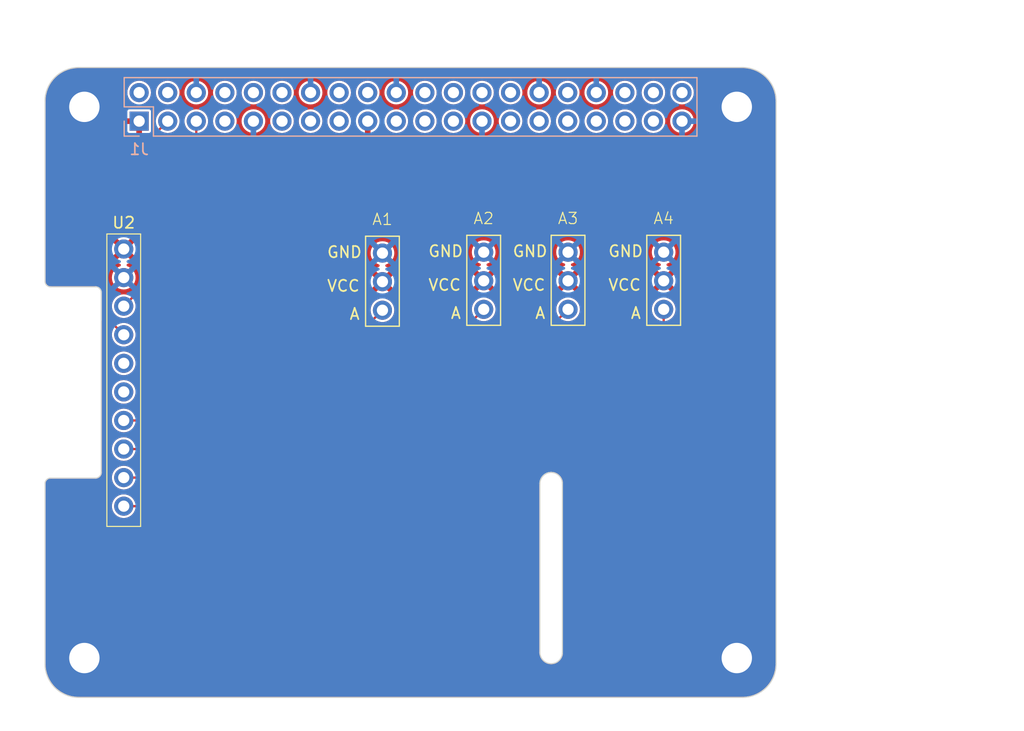
<source format=kicad_pcb>
(kicad_pcb (version 20240108) (generator "pcbnew") (generator_version "8.0")
  (title_block (date "15 nov 2012"))
  (layers (0 "F.Cu" signal) (31 "B.Cu" signal) (34 "B.Paste" user) (35 "F.Paste" user) (36 "B.SilkS" user "B.Silkscreen") (37 "F.SilkS" user "F.Silkscreen") (38 "B.Mask" user) (39 "F.Mask" user) (44 "Edge.Cuts" user))
  (net 0 "")
  (net 1 "GND")
  (net 2 "/GPIO2{slash}SDA1")
  (net 3 "/GPIO3{slash}SCL1")
  (net 4 "/GPIO4{slash}GPCLK0")
  (net 5 "/GPIO14{slash}TXD0")
  (net 6 "/GPIO15{slash}RXD0")
  (net 7 "/GPIO17")
  (net 8 "/GPIO18{slash}PCM.CLK")
  (net 9 "/GPIO27")
  (net 10 "/GPIO22")
  (net 11 "/GPIO23")
  (net 12 "/GPIO24")
  (net 13 "/GPIO10{slash}SPI0.MOSI")
  (net 14 "/GPIO9{slash}SPI0.MISO")
  (net 15 "/GPIO25")
  (net 16 "/GPIO11{slash}SPI0.SCLK")
  (net 17 "/GPIO8{slash}SPI0.CE0")
  (net 18 "/GPIO7{slash}SPI0.CE1")
  (net 19 "/ID_SDA")
  (net 20 "/ID_SCL")
  (net 21 "/GPIO5")
  (net 22 "/GPIO6")
  (net 23 "/GPIO12{slash}PWM0")
  (net 24 "/GPIO13{slash}PWM1")
  (net 25 "/GPIO19{slash}PCM.FS")
  (net 26 "/GPIO16")
  (net 27 "/GPIO26")
  (net 28 "/GPIO20{slash}PCM.DIN")
  (net 29 "/GPIO21{slash}PCM.DOUT")
  (net 30 "+5V")
  (net 31 "+3V3")
  (net 32 "Net-(A1-A)")
  (net 33 "Net-(A2-A)")
  (net 34 "Net-(A3-A)")
  (net 35 "Net-(A4-A)")
  (footprint "MountingHole:MountingHole_2.7mm_M2.5" (layer "F.Cu") (at 161.5 47.5)
    (property "Reference" "MH2" (hide yes))
    (property "Value" "MountingHole_2.7mm_M2.5" (hide yes))
    (pad "" np_thru_hole circle (at 0 0) (size 2.7 2.7) (drill 2.7) (layers "*.Cu" "*.Mask"))
  )
  (footprint "pk_inf:analog_Pins" (layer "F.Cu") (at 139 60.42)
    (property "Reference" "A2" (at 0 -3 0) (layer "F.SilkS") (effects (font (thickness 0.1))))
    (property "Value" "~")
    (fp_line (start -1.5 -1.5) (end 1.5 -1.5) (stroke (width 0.12)) (layer "F.SilkS"))
    (fp_line (start -1.5 6.5) (end -1.5 -1.5) (stroke (width 0.12)) (layer "F.SilkS"))
    (fp_line (start 1.5 -1.5) (end 1.5 6.5) (stroke (width 0.12)) (layer "F.SilkS"))
    (fp_line (start 1.5 6.5) (end -1.5 6.5) (stroke (width 0.12)) (layer "F.SilkS"))
    (fp_text user "GND" (at -5 0.5 0) (layer "F.SilkS") (effects (justify left bottom)))
    (fp_text user "VCC" (at -5 3.5 0) (layer "F.SilkS") (effects (justify left bottom)))
    (fp_text user "A" (at -3 6 0) (layer "F.SilkS") (effects (justify left bottom)))
    (pad "1" thru_hole circle (at 0 0) (size 1.7 1.7) (drill 1) (layers "*.Cu" "*.Mask") (net 1 "GND"))
    (pad "2" thru_hole circle (at 0 2.54) (size 1.7 1.7) (drill 1) (layers "*.Cu" "*.Mask") (net 31 "+3V3"))
    (pad "3" thru_hole circle (at 0 5.08) (size 1.7 1.7) (drill 1) (layers "*.Cu" "*.Mask") (net 33 "Net-(A2-A)"))
  )
  (footprint "pk_inf:analog_Pins" (layer "F.Cu") (at 130 60.5)
    (property "Reference" "A1" (at 0 -3 0) (layer "F.SilkS") (effects (font (thickness 0.1))))
    (property "Value" "~")
    (fp_line (start -1.5 -1.5) (end 1.5 -1.5) (stroke (width 0.12)) (layer "F.SilkS"))
    (fp_line (start -1.5 6.5) (end -1.5 -1.5) (stroke (width 0.12)) (layer "F.SilkS"))
    (fp_line (start 1.5 -1.5) (end 1.5 6.5) (stroke (width 0.12)) (layer "F.SilkS"))
    (fp_line (start 1.5 6.5) (end -1.5 6.5) (stroke (width 0.12)) (layer "F.SilkS"))
    (fp_text user "VCC" (at -5 3.5 0) (layer "F.SilkS") (effects (justify left bottom)))
    (fp_text user "GND" (at -5 0.5 0) (layer "F.SilkS") (effects (justify left bottom)))
    (fp_text user "A" (at -3 6 0) (layer "F.SilkS") (effects (justify left bottom)))
    (pad "1" thru_hole circle (at 0 0) (size 1.7 1.7) (drill 1) (layers "*.Cu" "*.Mask") (net 1 "GND"))
    (pad "2" thru_hole circle (at 0 2.54) (size 1.7 1.7) (drill 1) (layers "*.Cu" "*.Mask") (net 31 "+3V3"))
    (pad "3" thru_hole circle (at 0 5.08) (size 1.7 1.7) (drill 1) (layers "*.Cu" "*.Mask") (net 32 "Net-(A1-A)"))
  )
  (footprint "pk_inf:analog_Pins" (layer "F.Cu") (at 155 60.42)
    (property "Reference" "A4" (at 0 -3 0) (layer "F.SilkS") (effects (font (thickness 0.1))))
    (property "Value" "~")
    (fp_line (start -1.5 -1.5) (end 1.5 -1.5) (stroke (width 0.12)) (layer "F.SilkS"))
    (fp_line (start -1.5 6.5) (end -1.5 -1.5) (stroke (width 0.12)) (layer "F.SilkS"))
    (fp_line (start 1.5 -1.5) (end 1.5 6.5) (stroke (width 0.12)) (layer "F.SilkS"))
    (fp_line (start 1.5 6.5) (end -1.5 6.5) (stroke (width 0.12)) (layer "F.SilkS"))
    (fp_text user "A" (at -3 6 0) (layer "F.SilkS") (effects (justify left bottom)))
    (fp_text user "VCC" (at -5 3.5 0) (layer "F.SilkS") (effects (justify left bottom)))
    (fp_text user "GND" (at -5 0.5 0) (layer "F.SilkS") (effects (justify left bottom)))
    (pad "1" thru_hole circle (at 0 0) (size 1.7 1.7) (drill 1) (layers "*.Cu" "*.Mask") (net 1 "GND"))
    (pad "2" thru_hole circle (at 0 2.54) (size 1.7 1.7) (drill 1) (layers "*.Cu" "*.Mask") (net 31 "+3V3"))
    (pad "3" thru_hole circle (at 0 5.08) (size 1.7 1.7) (drill 1) (layers "*.Cu" "*.Mask") (net 35 "Net-(A4-A)"))
  )
  (footprint "MountingHole:MountingHole_2.7mm_M2.5" (layer "F.Cu") (at 103.5 96.5)
    (property "Reference" "MH3" (hide yes))
    (property "Value" "MountingHole_2.7mm_M2.5" (hide yes))
    (pad "" np_thru_hole circle (at 0 0) (size 2.7 2.7) (drill 2.7) (layers "*.Cu" "*.Mask"))
  )
  (footprint "MountingHole:MountingHole_2.7mm_M2.5" (layer "F.Cu") (at 103.5 47.5)
    (property "Reference" "MH1" (hide yes))
    (property "Value" "MountingHole_2.7mm_M2.5" (hide yes))
    (pad "" np_thru_hole circle (at 0 0) (size 2.7 2.7) (drill 2.7) (layers "*.Cu" "*.Mask"))
  )
  (footprint "pk_inf:ADS1115" (layer "F.Cu") (at 107 70.3)
    (property "Reference" "U2" (at 0 -12.5 0) (layer "F.SilkS"))
    (property "Value" "~")
    (fp_line (start -1.5 -11.5) (end 1.5 -11.5) (stroke (width 0.1)) (layer "F.SilkS"))
    (fp_line (start -1.5 14.5) (end -1.5 -11.5) (stroke (width 0.1)) (layer "F.SilkS"))
    (fp_line (start 1.5 -11.5) (end 1.5 14.5) (stroke (width 0.1)) (layer "F.SilkS"))
    (fp_line (start 1.5 14.5) (end -1.5 14.5) (stroke (width 0.1)) (layer "F.SilkS"))
    (pad "1" thru_hole circle (at 0 -10.16) (size 1.7 1.7) (drill 1) (layers "*.Cu" "*.Mask") (net 31 "+3V3"))
    (pad "2" thru_hole circle (at 0 -7.62) (size 1.7 1.7) (drill 1) (layers "*.Cu" "*.Mask") (net 1 "GND"))
    (pad "3" thru_hole circle (at 0 -5.08) (size 1.7 1.7) (drill 1) (layers "*.Cu" "*.Mask") (net 3 "/GPIO3{slash}SCL1"))
    (pad "4" thru_hole circle (at 0 -2.54) (size 1.7 1.7) (drill 1) (layers "*.Cu" "*.Mask") (net 2 "/GPIO2{slash}SDA1"))
    (pad "5" thru_hole circle (at 0 0) (size 1.7 1.7) (drill 1) (layers "*.Cu" "*.Mask"))
    (pad "6" thru_hole circle (at 0 2.54) (size 1.7 1.7) (drill 1) (layers "*.Cu" "*.Mask"))
    (pad "7" thru_hole circle (at 0 5.08) (size 1.7 1.7) (drill 1) (layers "*.Cu" "*.Mask") (net 32 "Net-(A1-A)"))
    (pad "8" thru_hole circle (at 0 7.62) (size 1.7 1.7) (drill 1) (layers "*.Cu" "*.Mask") (net 33 "Net-(A2-A)"))
    (pad "9" thru_hole circle (at 0 10.16) (size 1.7 1.7) (drill 1) (layers "*.Cu" "*.Mask") (net 34 "Net-(A3-A)"))
    (pad "10" thru_hole circle (at 0 12.7) (size 1.7 1.7) (drill 1) (layers "*.Cu" "*.Mask") (net 35 "Net-(A4-A)"))
  )
  (footprint "MountingHole:MountingHole_2.7mm_M2.5" (layer "F.Cu") (at 161.5 96.5)
    (property "Reference" "MH4" (hide yes))
    (property "Value" "MountingHole_2.7mm_M2.5" (hide yes))
    (pad "" np_thru_hole circle (at 0 0) (size 2.7 2.7) (drill 2.7) (layers "*.Cu" "*.Mask"))
  )
  (footprint "pk_inf:analog_Pins" (layer "F.Cu") (at 146.5 60.42)
    (property "Reference" "A3" (at 0 -3 0) (layer "F.SilkS") (effects (font (thickness 0.1))))
    (property "Value" "~")
    (fp_line (start -1.5 -1.5) (end 1.5 -1.5) (stroke (width 0.12)) (layer "F.SilkS"))
    (fp_line (start -1.5 6.5) (end -1.5 -1.5) (stroke (width 0.12)) (layer "F.SilkS"))
    (fp_line (start 1.5 -1.5) (end 1.5 6.5) (stroke (width 0.12)) (layer "F.SilkS"))
    (fp_line (start 1.5 6.5) (end -1.5 6.5) (stroke (width 0.12)) (layer "F.SilkS"))
    (fp_text user "A" (at -3 6 0) (layer "F.SilkS") (effects (justify left bottom)))
    (fp_text user "VCC" (at -5 3.5 0) (layer "F.SilkS") (effects (justify left bottom)))
    (fp_text user "GND" (at -5 0.5 0) (layer "F.SilkS") (effects (justify left bottom)))
    (pad "1" thru_hole circle (at 0 0) (size 1.7 1.7) (drill 1) (layers "*.Cu" "*.Mask") (net 1 "GND"))
    (pad "2" thru_hole circle (at 0 2.54) (size 1.7 1.7) (drill 1) (layers "*.Cu" "*.Mask") (net 31 "+3V3"))
    (pad "3" thru_hole circle (at 0 5.08) (size 1.7 1.7) (drill 1) (layers "*.Cu" "*.Mask") (net 34 "Net-(A3-A)"))
  )
  (footprint "Connector_PinSocket_2.54mm:PinSocket_2x20_P2.54mm_Vertical" (layer "B.Cu") (at 108.37 48.77 -90)
    (property "Reference" "J1" (at 2.5 0 0) (layer "B.SilkS") (effects (justify mirror)))
    (property "Value" "GPIO")
    (fp_line (start -3.87 1.33) (end -1.27 1.33) (stroke (width 0.12)) (layer "B.SilkS"))
    (fp_line (start -3.87 1.33) (end -3.87 -49.59) (stroke (width 0.12)) (layer "B.SilkS"))
    (fp_line (start -1.27 1.33) (end -1.27 -1.27) (stroke (width 0.12)) (layer "B.SilkS"))
    (fp_line (start 0 1.33) (end 1.33 1.33) (stroke (width 0.12)) (layer "B.SilkS"))
    (fp_line (start 1.33 1.33) (end 1.33 0) (stroke (width 0.12)) (layer "B.SilkS"))
    (fp_line (start -1.27 -1.27) (end 1.33 -1.27) (stroke (width 0.12)) (layer "B.SilkS"))
    (fp_line (start 1.33 -1.27) (end 1.33 -49.59) (stroke (width 0.12)) (layer "B.SilkS"))
    (fp_line (start -3.87 -49.59) (end 1.33 -49.59) (stroke (width 0.12)) (layer "B.SilkS"))
    (pad "1" thru_hole rect (at 0 0 270) (size 1.7 1.7) (drill 1) (layers "*.Cu" "*.Mask") (net 31 "+3V3"))
    (pad "2" thru_hole oval (at -2.54 0 270) (size 1.7 1.7) (drill 1) (layers "*.Cu" "*.Mask") (net 30 "+5V"))
    (pad "3" thru_hole oval (at 0 -2.54 270) (size 1.7 1.7) (drill 1) (layers "*.Cu" "*.Mask") (net 2 "/GPIO2{slash}SDA1"))
    (pad "4" thru_hole oval (at -2.54 -2.54 270) (size 1.7 1.7) (drill 1) (layers "*.Cu" "*.Mask") (net 30 "+5V"))
    (pad "5" thru_hole oval (at 0 -5.08 270) (size 1.7 1.7) (drill 1) (layers "*.Cu" "*.Mask") (net 3 "/GPIO3{slash}SCL1"))
    (pad "6" thru_hole oval (at -2.54 -5.08 270) (size 1.7 1.7) (drill 1) (layers "*.Cu" "*.Mask") (net 1 "GND"))
    (pad "7" thru_hole oval (at 0 -7.62 270) (size 1.7 1.7) (drill 1) (layers "*.Cu" "*.Mask") (net 4 "/GPIO4{slash}GPCLK0"))
    (pad "8" thru_hole oval (at -2.54 -7.62 270) (size 1.7 1.7) (drill 1) (layers "*.Cu" "*.Mask") (net 5 "/GPIO14{slash}TXD0"))
    (pad "9" thru_hole oval (at 0 -10.16 270) (size 1.7 1.7) (drill 1) (layers "*.Cu" "*.Mask") (net 1 "GND"))
    (pad "10" thru_hole oval (at -2.54 -10.16 270) (size 1.7 1.7) (drill 1) (layers "*.Cu" "*.Mask") (net 6 "/GPIO15{slash}RXD0"))
    (pad "11" thru_hole oval (at 0 -12.7 270) (size 1.7 1.7) (drill 1) (layers "*.Cu" "*.Mask") (net 7 "/GPIO17"))
    (pad "12" thru_hole oval (at -2.54 -12.7 270) (size 1.7 1.7) (drill 1) (layers "*.Cu" "*.Mask") (net 8 "/GPIO18{slash}PCM.CLK"))
    (pad "13" thru_hole oval (at 0 -15.24 270) (size 1.7 1.7) (drill 1) (layers "*.Cu" "*.Mask") (net 9 "/GPIO27"))
    (pad "14" thru_hole oval (at -2.54 -15.24 270) (size 1.7 1.7) (drill 1) (layers "*.Cu" "*.Mask") (net 1 "GND"))
    (pad "15" thru_hole oval (at 0 -17.78 270) (size 1.7 1.7) (drill 1) (layers "*.Cu" "*.Mask") (net 10 "/GPIO22"))
    (pad "16" thru_hole oval (at -2.54 -17.78 270) (size 1.7 1.7) (drill 1) (layers "*.Cu" "*.Mask") (net 11 "/GPIO23"))
    (pad "17" thru_hole oval (at 0 -20.32 270) (size 1.7 1.7) (drill 1) (layers "*.Cu" "*.Mask") (net 31 "+3V3"))
    (pad "18" thru_hole oval (at -2.54 -20.32 270) (size 1.7 1.7) (drill 1) (layers "*.Cu" "*.Mask") (net 12 "/GPIO24"))
    (pad "19" thru_hole oval (at 0 -22.86 270) (size 1.7 1.7) (drill 1) (layers "*.Cu" "*.Mask") (net 13 "/GPIO10{slash}SPI0.MOSI"))
    (pad "20" thru_hole oval (at -2.54 -22.86 270) (size 1.7 1.7) (drill 1) (layers "*.Cu" "*.Mask") (net 1 "GND"))
    (pad "21" thru_hole oval (at 0 -25.4 270) (size 1.7 1.7) (drill 1) (layers "*.Cu" "*.Mask") (net 14 "/GPIO9{slash}SPI0.MISO"))
    (pad "22" thru_hole oval (at -2.54 -25.4 270) (size 1.7 1.7) (drill 1) (layers "*.Cu" "*.Mask") (net 15 "/GPIO25"))
    (pad "23" thru_hole oval (at 0 -27.94 270) (size 1.7 1.7) (drill 1) (layers "*.Cu" "*.Mask") (net 16 "/GPIO11{slash}SPI0.SCLK"))
    (pad "24" thru_hole oval (at -2.54 -27.94 270) (size 1.7 1.7) (drill 1) (layers "*.Cu" "*.Mask") (net 17 "/GPIO8{slash}SPI0.CE0"))
    (pad "25" thru_hole oval (at 0 -30.48 270) (size 1.7 1.7) (drill 1) (layers "*.Cu" "*.Mask") (net 1 "GND"))
    (pad "26" thru_hole oval (at -2.54 -30.48 270) (size 1.7 1.7) (drill 1) (layers "*.Cu" "*.Mask") (net 18 "/GPIO7{slash}SPI0.CE1"))
    (pad "27" thru_hole oval (at 0 -33.02 270) (size 1.7 1.7) (drill 1) (layers "*.Cu" "*.Mask") (net 19 "/ID_SDA"))
    (pad "28" thru_hole oval (at -2.54 -33.02 270) (size 1.7 1.7) (drill 1) (layers "*.Cu" "*.Mask") (net 20 "/ID_SCL"))
    (pad "29" thru_hole oval (at 0 -35.56 270) (size 1.7 1.7) (drill 1) (layers "*.Cu" "*.Mask") (net 21 "/GPIO5"))
    (pad "30" thru_hole oval (at -2.54 -35.56 270) (size 1.7 1.7) (drill 1) (layers "*.Cu" "*.Mask") (net 1 "GND"))
    (pad "31" thru_hole oval (at 0 -38.1 270) (size 1.7 1.7) (drill 1) (layers "*.Cu" "*.Mask") (net 22 "/GPIO6"))
    (pad "32" thru_hole oval (at -2.54 -38.1 270) (size 1.7 1.7) (drill 1) (layers "*.Cu" "*.Mask") (net 23 "/GPIO12{slash}PWM0"))
    (pad "33" thru_hole oval (at 0 -40.64 270) (size 1.7 1.7) (drill 1) (layers "*.Cu" "*.Mask") (net 24 "/GPIO13{slash}PWM1"))
    (pad "34" thru_hole oval (at -2.54 -40.64 270) (size 1.7 1.7) (drill 1) (layers "*.Cu" "*.Mask") (net 1 "GND"))
    (pad "35" thru_hole oval (at 0 -43.18 270) (size 1.7 1.7) (drill 1) (layers "*.Cu" "*.Mask") (net 25 "/GPIO19{slash}PCM.FS"))
    (pad "36" thru_hole oval (at -2.54 -43.18 270) (size 1.7 1.7) (drill 1) (layers "*.Cu" "*.Mask") (net 26 "/GPIO16"))
    (pad "37" thru_hole oval (at 0 -45.72 270) (size 1.7 1.7) (drill 1) (layers "*.Cu" "*.Mask") (net 27 "/GPIO26"))
    (pad "38" thru_hole oval (at -2.54 -45.72 270) (size 1.7 1.7) (drill 1) (layers "*.Cu" "*.Mask") (net 28 "/GPIO20{slash}PCM.DIN"))
    (pad "39" thru_hole oval (at 0 -48.26 270) (size 1.7 1.7) (drill 1) (layers "*.Cu" "*.Mask") (net 1 "GND"))
    (pad "40" thru_hole oval (at -2.54 -48.26 270) (size 1.7 1.7) (drill 1) (layers "*.Cu" "*.Mask") (net 29 "/GPIO21{slash}PCM.DOUT"))
  )
  (gr_arc (start 100.5 63.5) (mid 100.146447 63.353553) (end 100 63) (stroke (width 0.1)) (layer "Edge.Cuts"))
  (gr_arc (start 162 44) (mid 164.12132 44.87868) (end 165 47) (stroke (width 0.1)) (layer "Edge.Cuts"))
  (gr_line (start 165 97) (end 165 47) (stroke (width 0.1)) (layer "Edge.Cuts"))
  (gr_line (start 100 47) (end 100 63) (stroke (width 0.1)) (layer "Edge.Cuts"))
  (gr_line (start 146 81) (end 146 96) (stroke (width 0.1)) (layer "Edge.Cuts"))
  (gr_line (start 144 96) (end 144 81) (stroke (width 0.1)) (layer "Edge.Cuts"))
  (gr_arc (start 103 100) (mid 100.87868 99.12132) (end 100 97) (stroke (width 0.1)) (layer "Edge.Cuts"))
  (gr_line (start 103 100) (end 162 100) (stroke (width 0.1)) (layer "Edge.Cuts"))
  (gr_line (start 104.5 80.5) (end 100.5 80.5) (stroke (width 0.1)) (layer "Edge.Cuts"))
  (gr_arc (start 144 81) (mid 145 80) (end 146 81) (stroke (width 0.1)) (layer "Edge.Cuts"))
  (gr_arc (start 100 81) (mid 100.146138 80.646755) (end 100.499127 80.500001) (stroke (width 0.1)) (layer "Edge.Cuts"))
  (gr_arc (start 165 97) (mid 164.12132 99.12132) (end 162 100) (stroke (width 0.1)) (layer "Edge.Cuts"))
  (gr_line (start 105 64) (end 105 80) (stroke (width 0.1)) (layer "Edge.Cuts"))
  (gr_arc (start 100 47) (mid 100.87868 44.87868) (end 103 44) (stroke (width 0.1)) (layer "Edge.Cuts"))
  (gr_arc (start 146 96) (mid 145 97) (end 144 96) (stroke (width 0.1)) (layer "Edge.Cuts"))
  (gr_line (start 100 81) (end 100 97) (stroke (width 0.1)) (layer "Edge.Cuts"))
  (gr_line (start 100.5 63.5) (end 104.5 63.5) (stroke (width 0.1)) (layer "Edge.Cuts"))
  (gr_arc (start 105 80) (mid 104.853553 80.353553) (end 104.5 80.5) (stroke (width 0.1)) (layer "Edge.Cuts"))
  (gr_arc (start 104.5 63.5) (mid 104.853553 63.646447) (end 105 64) (stroke (width 0.1)) (layer "Edge.Cuts"))
  (gr_line (start 162 44) (end 103 44) (stroke (width 0.1)) (layer "Edge.Cuts"))
  (segment (start 105.5 66.26) (end 105.5 54.18) (width 0.2) (layer "F.Cu") (net 2))
  (segment (start 105.5 54.18) (end 110.91 48.77) (width 0.2) (layer "F.Cu") (net 2))
  (segment (start 107 67.76) (end 105.5 66.26) (width 0.2) (layer "F.Cu") (net 2))
  (segment (start 113.45 58.77) (end 113.45 48.77) (width 0.2) (layer "F.Cu") (net 3))
  (segment (start 107 65.22) (end 113.45 58.77) (width 0.2) (layer "F.Cu") (net 3))
  (segment (start 120.2 75.38) (end 130 65.58) (width 0.2) (layer "F.Cu") (net 32))
  (segment (start 107 75.38) (end 120.2 75.38) (width 0.2) (layer "F.Cu") (net 32))
  (segment (start 107 77.92) (end 126.58 77.92) (width 0.2) (layer "F.Cu") (net 33))
  (segment (start 126.58 77.92) (end 139 65.5) (width 0.2) (layer "F.Cu") (net 33))
  (segment (start 131.54 80.46) (end 146.5 65.5) (width 0.2) (layer "F.Cu") (net 34))
  (segment (start 107 80.46) (end 131.54 80.46) (width 0.2) (layer "F.Cu") (net 34))
  (segment (start 107 83) (end 141 83) (width 0.2) (layer "F.Cu") (net 35))
  (segment (start 141 83) (end 155 69) (width 0.2) (layer "F.Cu") (net 35))
  (segment (start 155 69) (end 155 65.5) (width 0.2) (layer "F.Cu") (net 35))
  (zone (net 31) (net_name "+3V3") (layer "F.Cu") (connect_pads (clearance 0)) (min_thickness 0.25) (fill yes (thermal_gap 0.5) (thermal_bridge_width 0.5))
    (polygon (pts (xy 96.5 38.5) (xy 167.5 38.5) (xy 165.5 102.5) (xy 97 102)))
  )
  (zone (net 1) (net_name "GND") (layer "B.Cu") (priority 1) (connect_pads (clearance 0)) (min_thickness 0.25) (fill yes (thermal_gap 0.5) (thermal_bridge_width 0.5))
    (polygon (pts (xy 132.5 38.5) (xy 169 38.5) (xy 166 103) (xy 96 103) (xy 96 38)))
  )
)
</source>
